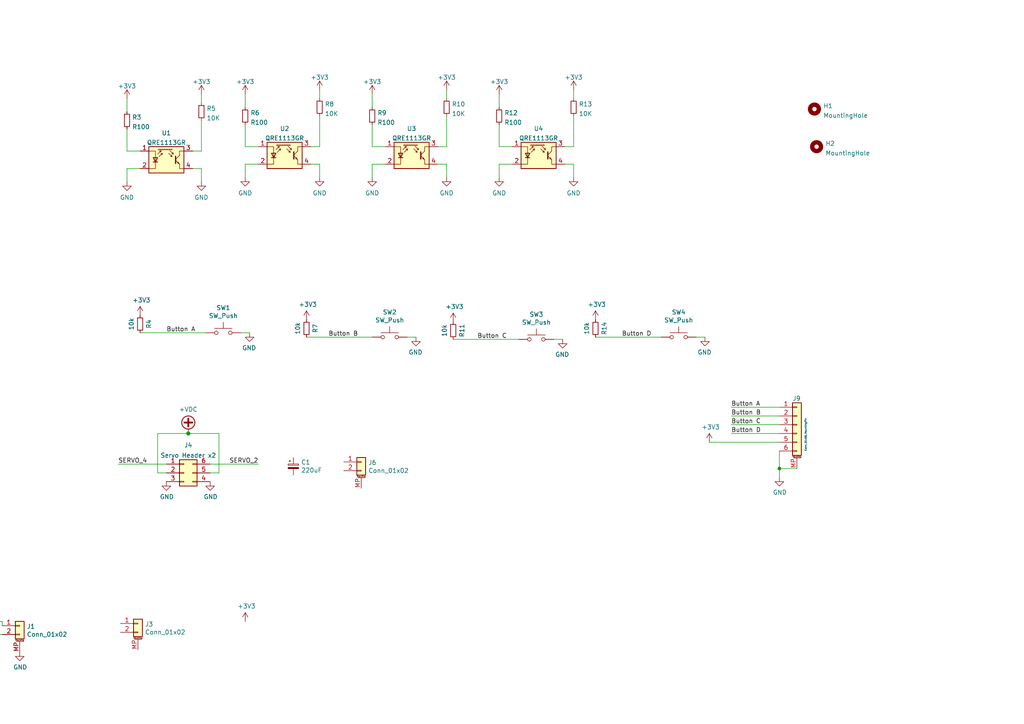
<source format=kicad_sch>
(kicad_sch (version 20211123) (generator eeschema)
  (paper "A4")
  (lib_symbols
    (symbol "Connector_Generic:Conn_02x03_Counter_Clockwise" (pin_names (offset 1.016) hide)
      (property "Reference" "J" (at 1.27 5.08 0))
      (property "Value" "Conn_02x03_Counter_Clockwise" (at 1.27 -5.08 0))
      (symbol "Conn_02x03_Counter_Clockwise_1_1"
        (rectangle (start -1.27 -2.413) (end 0 -2.667) (stroke (width 0.1524)))
        (rectangle (start -1.27 0.127) (end 0 -0.127) (stroke (width 0.1524)))
        (rectangle (start -1.27 2.667) (end 0 2.413) (stroke (width 0.1524)))
        (rectangle (start -1.27 3.81) (end 3.81 -3.81) (stroke (width 0.254)) (fill (type background)))
        (rectangle (start 3.81 -2.413) (end 2.54 -2.667) (stroke (width 0.1524)))
        (rectangle (start 3.81 0.127) (end 2.54 -0.127) (stroke (width 0.1524)))
        (rectangle (start 3.81 2.667) (end 2.54 2.413) (stroke (width 0.1524)))
        (pin passive line (at -5.08 2.54 0) (length 3.81) (name "Pin_1") (number "1"))
        (pin passive line (at -5.08 0 0) (length 3.81) (name "Pin_2") (number "2"))
        (pin passive line (at -5.08 -2.54 0) (length 3.81) (name "Pin_3") (number "3"))
        (pin passive line (at 7.62 -2.54 180) (length 3.81) (name "Pin_4") (number "4"))
        (pin passive line (at 7.62 0 180) (length 3.81) (name "Pin_5") (number "5"))
        (pin passive line (at 7.62 2.54 180) (length 3.81) (name "Pin_6") (number "6"))
      )
    )
    (symbol "Connector_Generic_MountingPin:Conn_01x02_MountingPin" (pin_names (offset 1.016) hide)
      (property "Reference" "J" (at 0 2.54 0))
      (property "Value" "Conn_01x02_MountingPin" (at 1.27 -5.08 0))
      (symbol "Conn_01x02_MountingPin_1_1"
        (rectangle (start -1.27 -2.413) (end 0 -2.667) (stroke (width 0.1524)))
        (rectangle (start -1.27 0.127) (end 0 -0.127) (stroke (width 0.1524)))
        (rectangle (start -1.27 1.27) (end 1.27 -3.81) (stroke (width 0.254)) (fill (type background)))
        (polyline (pts (xy -1.016 -4.572) (xy 1.016 -4.572)) (stroke (width 0.1524)))
        (text "Mounting" (at 0 -4.191 0) (effects (font (size 0.381 0.381))))
        (pin passive line (at -5.08 0 0) (length 3.81) (name "Pin_1") (number "1"))
        (pin passive line (at -5.08 -2.54 0) (length 3.81) (name "Pin_2") (number "2"))
        (pin passive line (at 0 -7.62 90) (length 3.048) (name "MountPin") (number "MP"))
      )
    )
    (symbol "Connector_Generic_MountingPin:Conn_01x03_MountingPin" (pin_names (offset 1.016) hide)
      (property "Reference" "J" (at 0 5.08 0))
      (property "Value" "Conn_01x03_MountingPin" (at 1.27 -5.08 0))
      (symbol "Conn_01x03_MountingPin_1_1"
        (rectangle (start -1.27 -2.413) (end 0 -2.667) (stroke (width 0.1524)))
        (rectangle (start -1.27 0.127) (end 0 -0.127) (stroke (width 0.1524)))
        (rectangle (start -1.27 2.667) (end 0 2.413) (stroke (width 0.1524)))
        (rectangle (start -1.27 3.81) (end 1.27 -3.81) (stroke (width 0.254)) (fill (type background)))
        (polyline (pts (xy -1.016 -4.572) (xy 1.016 -4.572)) (stroke (width 0.1524)))
        (text "Mounting" (at 0 -4.191 0) (effects (font (size 0.381 0.381))))
        (pin passive line (at -5.08 2.54 0) (length 3.81) (name "Pin_1") (number "1"))
        (pin passive line (at -5.08 0 0) (length 3.81) (name "Pin_2") (number "2"))
        (pin passive line (at -5.08 -2.54 0) (length 3.81) (name "Pin_3") (number "3"))
        (pin passive line (at 0 -7.62 90) (length 3.048) (name "MountPin") (number "MP"))
      )
    )
    (symbol "Connector_Generic_MountingPin:Conn_01x06_MountingPin" (pin_names (offset 1.016) hide)
      (property "Reference" "J" (at 0 7.62 0))
      (property "Value" "Conn_01x06_MountingPin" (at 1.27 -10.16 0))
      (symbol "Conn_01x06_MountingPin_1_1"
        (rectangle (start -1.27 -7.493) (end 0 -7.747) (stroke (width 0.1524)))
        (rectangle (start -1.27 -4.953) (end 0 -5.207) (stroke (width 0.1524)))
        (rectangle (start -1.27 -2.413) (end 0 -2.667) (stroke (width 0.1524)))
        (rectangle (start -1.27 0.127) (end 0 -0.127) (stroke (width 0.1524)))
        (rectangle (start -1.27 2.667) (end 0 2.413) (stroke (width 0.1524)))
        (rectangle (start -1.27 5.207) (end 0 4.953) (stroke (width 0.1524)))
        (rectangle (start -1.27 6.35) (end 1.27 -8.89) (stroke (width 0.254)) (fill (type background)))
        (polyline (pts (xy -1.016 -9.652) (xy 1.016 -9.652)) (stroke (width 0.1524)))
        (text "Mounting" (at 0 -9.271 0) (effects (font (size 0.381 0.381))))
        (pin passive line (at -5.08 5.08 0) (length 3.81) (name "Pin_1") (number "1"))
        (pin passive line (at -5.08 2.54 0) (length 3.81) (name "Pin_2") (number "2"))
        (pin passive line (at -5.08 0 0) (length 3.81) (name "Pin_3") (number "3"))
        (pin passive line (at -5.08 -2.54 0) (length 3.81) (name "Pin_4") (number "4"))
        (pin passive line (at -5.08 -5.08 0) (length 3.81) (name "Pin_5") (number "5"))
        (pin passive line (at -5.08 -7.62 0) (length 3.81) (name "Pin_6") (number "6"))
        (pin passive line (at 0 -12.7 90) (length 3.048) (name "MountPin") (number "MP"))
      )
    )
    (symbol "Device:CP_Small" (pin_numbers hide) (pin_names (offset 0.254) hide)
      (property "Reference" "C" (at 0.254 1.778 0))
      (property "Value" "CP_Small" (at 0.254 -2.032 0))
      (symbol "CP_Small_0_1"
        (rectangle (start -1.524 -0.3048) (end 1.524 -0.6858) (fill (type outline)))
        (rectangle (start -1.524 0.6858) (end 1.524 0.3048))
        (polyline (pts (xy -1.27 1.524) (xy -0.762 1.524)))
        (polyline (pts (xy -1.016 1.27) (xy -1.016 1.778)))
      )
      (symbol "CP_Small_1_1"
        (pin passive line (at 0 2.54 270) (length 1.8542) (name "~") (number "1"))
        (pin passive line (at 0 -2.54 90) (length 1.8542) (name "~") (number "2"))
      )
    )
    (symbol "Device:D_Schottky" (pin_numbers hide) (pin_names (offset 1.016) hide)
      (property "Reference" "D" (at 0 2.54 0))
      (property "Value" "D_Schottky" (at 0 -2.54 0))
      (symbol "D_Schottky_0_1"
        (polyline (pts (xy 1.27 0) (xy -1.27 0)))
        (polyline (pts (xy 1.27 1.27) (xy 1.27 -1.27) (xy -1.27 0) (xy 1.27 1.27)) (stroke (width 0.2032)))
        (polyline (pts (xy -1.905 0.635) (xy -1.905 1.27) (xy -1.27 1.27) (xy -1.27 -1.27) (xy -0.635 -1.27) (xy -0.635 -0.635)) (stroke (width 0.2032)))
      )
      (symbol "D_Schottky_1_1"
        (pin passive line (at -3.81 0 0) (length 2.54) (name "K") (number "1"))
        (pin passive line (at 3.81 0 180) (length 2.54) (name "A") (number "2"))
      )
    )
    (symbol "Device:LED" (pin_numbers hide) (pin_names (offset 1.016) hide)
      (property "Reference" "D" (at 0 2.54 0))
      (property "Value" "LED" (at 0 -2.54 0))
      (symbol "LED_0_1"
        (polyline (pts (xy -1.27 -1.27) (xy -1.27 1.27)) (stroke (width 0.2032)))
        (polyline (pts (xy -1.27 0) (xy 1.27 0)))
        (polyline (pts (xy 1.27 -1.27) (xy 1.27 1.27) (xy -1.27 0) (xy 1.27 -1.27)) (stroke (width 0.2032)))
        (polyline (pts (xy -3.048 -0.762) (xy -4.572 -2.286) (xy -3.81 -2.286) (xy -4.572 -2.286) (xy -4.572 -1.524)))
        (polyline (pts (xy -1.778 -0.762) (xy -3.302 -2.286) (xy -2.54 -2.286) (xy -3.302 -2.286) (xy -3.302 -1.524)))
      )
      (symbol "LED_1_1"
        (pin passive line (at -3.81 0 0) (length 2.54) (name "K") (number "1"))
        (pin passive line (at 3.81 0 180) (length 2.54) (name "A") (number "2"))
      )
    )
    (symbol "Device:Q_NMOS_GSD" (pin_names (offset 0) hide)
      (property "Reference" "Q" (at 5.08 1.27 0))
      (property "Value" "Q_NMOS_GSD" (at 5.08 -1.27 0))
      (symbol "Q_NMOS_GSD_0_1"
        (polyline (pts (xy 0.254 0) (xy -2.54 0)))
        (polyline (pts (xy 0.254 1.905) (xy 0.254 -1.905)) (stroke (width 0.254)))
        (polyline (pts (xy 0.762 -1.27) (xy 0.762 -2.286)) (stroke (width 0.254)))
        (polyline (pts (xy 0.762 0.508) (xy 0.762 -0.508)) (stroke (width 0.254)))
        (polyline (pts (xy 0.762 2.286) (xy 0.762 1.27)) (stroke (width 0.254)))
        (polyline (pts (xy 2.54 2.54) (xy 2.54 1.778)))
        (polyline (pts (xy 2.54 -2.54) (xy 2.54 0) (xy 0.762 0)))
        (polyline (pts (xy 0.762 -1.778) (xy 3.302 -1.778) (xy 3.302 1.778) (xy 0.762 1.778)))
        (polyline (pts (xy 1.016 0) (xy 2.032 0.381) (xy 2.032 -0.381) (xy 1.016 0)) (fill (type outline)))
        (polyline (pts (xy 2.794 0.508) (xy 2.921 0.381) (xy 3.683 0.381) (xy 3.81 0.254)))
        (polyline (pts (xy 3.302 0.381) (xy 2.921 -0.254) (xy 3.683 -0.254) (xy 3.302 0.381)))
        (circle (center 1.651 0) (radius 2.794) (stroke (width 0.254)))
        (circle (center 2.54 -1.778) (radius 0.254) (fill (type outline)))
        (circle (center 2.54 1.778) (radius 0.254) (fill (type outline)))
      )
      (symbol "Q_NMOS_GSD_1_1"
        (pin input line (at -5.08 0 0) (length 2.54) (name "G") (number "1"))
        (pin passive line (at 2.54 -5.08 90) (length 2.54) (name "S") (number "2"))
        (pin passive line (at 2.54 5.08 270) (length 2.54) (name "D") (number "3"))
      )
    )
    (symbol "Device:R_Small" (pin_numbers hide) (pin_names (offset 0.254) hide)
      (property "Reference" "R" (at 0.762 0.508 0))
      (property "Value" "R_Small" (at 0.762 -1.016 0))
      (symbol "R_Small_0_1"
        (rectangle (start -0.762 1.778) (end 0.762 -1.778) (stroke (width 0.2032)))
      )
      (symbol "R_Small_1_1"
        (pin passive line (at 0 2.54 270) (length 0.762) (name "~") (number "1"))
        (pin passive line (at 0 -2.54 90) (length 0.762) (name "~") (number "2"))
      )
    )
    (symbol "Mechanical:MountingHole" (pin_names (offset 1.016))
      (property "Reference" "H" (at 0 5.08 0))
      (property "Value" "MountingHole" (at 0 3.175 0))
      (symbol "MountingHole_0_1"
        (circle (center 0 0) (radius 1.27) (stroke (width 1.27)))
      )
    )
    (symbol "Sensor_Proximity:QRE1113" (pin_names (offset 0.0254) hide)
      (property "Reference" "U" (at -3.81 5.08 0))
      (property "Value" "QRE1113" (at 7.62 5.08 0))
      (symbol "QRE1113_0_1"
        (polyline (pts (xy -3.81 -0.635) (xy -2.54 -0.635)) (stroke (width 0.254)))
        (polyline (pts (xy -2.286 2.921) (xy -2.032 3.175)))
        (polyline (pts (xy -1.778 2.921) (xy -1.524 3.175)))
        (polyline (pts (xy -1.524 2.667) (xy -1.651 2.159)))
        (polyline (pts (xy -1.27 2.921) (xy -1.016 3.175)))
        (polyline (pts (xy -1.143 1.905) (xy -1.27 1.397)))
        (polyline (pts (xy -0.762 2.921) (xy -0.508 3.175)))
        (polyline (pts (xy -0.254 2.921) (xy 0 3.175)))
        (polyline (pts (xy 0.254 2.921) (xy 0.508 3.175)))
        (polyline (pts (xy 0.762 2.921) (xy 1.016 3.175)))
        (polyline (pts (xy 1.27 2.921) (xy 1.524 3.175)))
        (polyline (pts (xy 1.651 0.889) (xy 1.143 1.016)))
        (polyline (pts (xy 1.778 2.921) (xy -2.413 2.921)))
        (polyline (pts (xy 2.032 1.651) (xy 1.524 1.778)))
        (polyline (pts (xy 2.667 -0.127) (xy 3.81 -1.27)))
        (polyline (pts (xy 2.667 0.127) (xy 3.81 1.27)))
        (polyline (pts (xy -2.54 1.651) (xy -1.524 2.667) (xy -2.032 2.54)))
        (polyline (pts (xy -2.159 0.889) (xy -1.143 1.905) (xy -1.651 1.778)))
        (polyline (pts (xy 0.635 1.905) (xy 1.651 0.889) (xy 1.524 1.397)))
        (polyline (pts (xy 1.016 2.667) (xy 2.032 1.651) (xy 1.905 2.159)))
        (polyline (pts (xy 2.667 1.016) (xy 2.667 -1.016) (xy 2.667 -1.016)) (stroke (width 0.3556)))
        (polyline (pts (xy 3.81 -1.27) (xy 3.81 -2.54) (xy 5.08 -2.54)))
        (polyline (pts (xy 3.81 1.27) (xy 3.81 2.54) (xy 5.08 2.54)))
        (polyline (pts (xy -5.08 -2.54) (xy -3.175 -2.54) (xy -3.175 2.54) (xy -5.08 2.54)))
        (polyline (pts (xy -3.175 -0.635) (xy -3.81 0.635) (xy -2.54 0.635) (xy -3.175 -0.635)) (stroke (width 0.254)))
        (polyline (pts (xy 3.683 -1.143) (xy 3.429 -0.635) (xy 3.175 -0.889) (xy 3.683 -1.143)))
        (polyline (pts (xy -5.08 -3.81) (xy 5.08 -3.81) (xy 5.08 3.81) (xy -5.08 3.81) (xy -5.08 -3.81)) (stroke (width 0.254)) (fill (type background)))
      )
      (symbol "QRE1113_1_1"
        (pin passive line (at -7.62 2.54 0) (length 2.54) (name "A") (number "1"))
        (pin passive line (at -7.62 -2.54 0) (length 2.54) (name "K") (number "2"))
        (pin open_collector line (at 7.62 2.54 180) (length 2.54) (name "~") (number "3"))
        (pin open_emitter line (at 7.62 -2.54 180) (length 2.54) (name "~") (number "4"))
      )
    )
    (symbol "Switch:SW_Push" (pin_numbers hide) (pin_names (offset 1.016) hide)
      (property "Reference" "SW" (at 1.27 2.54 0))
      (property "Value" "SW_Push" (at 0 -1.524 0))
      (symbol "SW_Push_0_1"
        (circle (center -2.032 0) (radius 0.508))
        (polyline (pts (xy 0 1.27) (xy 0 3.048)))
        (polyline (pts (xy 2.54 1.27) (xy -2.54 1.27)))
        (circle (center 2.032 0) (radius 0.508))
        (pin passive line (at -5.08 0 0) (length 2.54) (name "1") (number "1"))
        (pin passive line (at 5.08 0 180) (length 2.54) (name "2") (number "2"))
      )
    )
    (symbol "power:+3.3V" (power) (pin_names (offset 0))
      (property "Value" "+3.3V" (at 0 3.556 0))
      (symbol "+3.3V_0_1"
        (polyline (pts (xy -0.762 1.27) (xy 0 2.54)))
        (polyline (pts (xy 0 0) (xy 0 2.54)))
        (polyline (pts (xy 0 2.54) (xy 0.762 1.27)))
      )
      (symbol "+3.3V_1_1"
        (pin power_in line (at 0 0 90) (length 0) hide (name "+3V3") (number "1"))
      )
    )
    (symbol "power:+VDC" (power) (pin_names (offset 0))
      (property "Value" "+VDC" (at 0 6.35 0))
      (symbol "+VDC_0_1"
        (polyline (pts (xy -1.143 3.175) (xy 1.143 3.175)) (stroke (width 0.508)))
        (polyline (pts (xy 0 0) (xy 0 1.27)))
        (polyline (pts (xy 0 2.032) (xy 0 4.318)) (stroke (width 0.508)))
        (circle (center 0 3.175) (radius 1.905) (stroke (width 0.254)))
      )
      (symbol "+VDC_1_1"
        (pin power_in line (at 0 0 90) (length 0) hide (name "+VDC") (number "1"))
      )
    )
    (symbol "power:GND" (power) (pin_names (offset 0))
      (property "Value" "GND" (at 0 -3.81 0))
      (symbol "GND_0_1"
        (polyline (pts (xy 0 0) (xy 0 -1.27) (xy 1.27 -1.27) (xy 0 -2.54) (xy -1.27 -1.27) (xy 0 -1.27)))
      )
      (symbol "GND_1_1"
        (pin power_in line (at 0 0 270) (length 0) hide (name "GND") (number "1"))
      )
    )
  )
  (junction (at -18.407 176.4094) (diameter 1.016))
  (junction (at -37.457 187.8394) (diameter 1.016))
  (junction (at -32.377 187.8394) (diameter 1.016))
  (junction (at -3.167 180.2194) (diameter 1.016))
  (junction (at -18.407 168.7894) (diameter 1.016))
  (junction (at 54.61 125.73) (diameter 1.016))
  (junction (at 226.06 135.89))
  (junction (at -8.247 187.8394) (diameter 1.016))
  (wire (pts (xy 212.09 120.65) (xy 226.06 120.65)))
  (wire (pts (xy 71.12 36.195) (xy 71.12 42.545)))
  (wire (pts (xy 212.09 125.73) (xy 226.06 125.73)))
  (wire (pts (xy 58.42 48.895) (xy 58.42 52.705)))
  (wire (pts (xy 40.64 96.52) (xy 59.69 96.52)))
  (wire (pts (xy 156.21 240.665) (xy 156.21 233.045)))
  (wire (pts (xy -37.457 168.7894) (xy -37.457 170.0594)))
  (wire (pts (xy 144.78 42.545) (xy 148.59 42.545)))
  (wire (pts (xy 81.915 238.76) (xy 81.915 231.14)))
  (wire (pts (xy 166.37 33.655) (xy 166.37 42.545)))
  (wire (pts (xy 45.72 125.73) (xy 54.61 125.73)))
  (wire (pts (xy 71.12 42.545) (xy 74.93 42.545)))
  (wire (pts (xy 129.54 47.625) (xy 129.54 51.435)))
  (wire (pts (xy 43.815 234.95) (xy 60.325 234.95)))
  (wire (pts (xy 107.95 36.195) (xy 107.95 42.545)))
  (wire (pts (xy 58.42 34.925) (xy 58.42 43.815)))
  (wire (pts (xy 144.78 36.195) (xy 144.78 42.545)))
  (wire (pts (xy 201.93 97.79) (xy 204.47 97.79)))
  (wire (pts (xy 58.42 27.305) (xy 58.42 29.845)))
  (wire (pts (xy 118.11 239.395) (xy 120.65 239.395)))
  (wire (pts (xy -18.407 161.1694) (xy -37.457 161.1694)))
  (wire (pts (xy 144.78 47.625) (xy 144.78 51.435)))
  (wire (pts (xy -13.327 187.8394) (xy -8.247 187.8394)))
  (wire (pts (xy 88.9 97.79) (xy 107.95 97.79)))
  (wire (pts (xy 153.67 240.665) (xy 156.21 240.665)))
  (wire (pts (xy 226.06 135.89) (xy 226.06 138.43)))
  (wire (pts (xy 120.65 239.395) (xy 120.65 231.775)))
  (wire (pts (xy 43.815 240.03) (xy 48.895 240.03)))
  (wire (pts (xy 205.74 128.27) (xy 226.06 128.27)))
  (wire (pts (xy 0.643 180.2194) (xy 0.643 181.4894)))
  (wire (pts (xy 40.64 48.895) (xy 36.83 48.895)))
  (wire (pts (xy 127 47.625) (xy 129.54 47.625)))
  (wire (pts (xy 118.11 236.855) (xy 134.62 236.855)))
  (wire (pts (xy -1.897 184.0294) (xy 0.643 184.0294)))
  (wire (pts (xy 212.09 123.19) (xy 226.06 123.19)))
  (wire (pts (xy 153.67 238.125) (xy 170.18 238.125)))
  (wire (pts (xy -18.407 176.4094) (xy -18.407 180.2194)))
  (wire (pts (xy 63.5 137.16) (xy 60.96 137.16)))
  (wire (pts (xy 107.95 27.305) (xy 107.95 31.115)))
  (wire (pts (xy 90.17 47.625) (xy 92.71 47.625)))
  (wire (pts (xy 131.445 98.425) (xy 150.495 98.425)))
  (wire (pts (xy -1.897 187.8394) (xy -1.897 184.0294)))
  (wire (pts (xy 153.67 243.205) (xy 158.75 243.205)))
  (wire (pts (xy -32.377 176.4094) (xy -32.377 187.8394)))
  (wire (pts (xy 172.72 97.79) (xy 191.77 97.79)))
  (wire (pts (xy 60.96 134.62) (xy 74.93 134.62)))
  (wire (pts (xy 43.815 237.49) (xy 46.355 237.49)))
  (wire (pts (xy 69.85 96.52) (xy 72.39 96.52)))
  (wire (pts (xy -23.487 176.4094) (xy -18.407 176.4094)))
  (wire (pts (xy 166.37 26.035) (xy 166.37 28.575)))
  (wire (pts (xy 45.72 137.16) (xy 45.72 125.73)))
  (wire (pts (xy 79.375 241.3) (xy 84.455 241.3)))
  (wire (pts (xy -28.567 176.4094) (xy -32.377 176.4094)))
  (wire (pts (xy 36.83 28.575) (xy 36.83 32.385)))
  (wire (pts (xy 36.83 48.895) (xy 36.83 52.705)))
  (wire (pts (xy 48.26 134.62) (xy 34.29 134.62)))
  (wire (pts (xy -37.457 187.8394) (xy -32.377 187.8394)))
  (wire (pts (xy 63.5 125.73) (xy 63.5 137.16)))
  (wire (pts (xy 79.375 238.76) (xy 81.915 238.76)))
  (wire (pts (xy 111.76 47.625) (xy 107.95 47.625)))
  (wire (pts (xy 79.375 236.22) (xy 95.885 236.22)))
  (wire (pts (xy 148.59 47.625) (xy 144.78 47.625)))
  (wire (pts (xy 212.09 118.11) (xy 226.06 118.11)))
  (wire (pts (xy 92.71 26.035) (xy 92.71 28.575)))
  (wire (pts (xy 118.11 97.79) (xy 120.65 97.79)))
  (wire (pts (xy 36.83 37.465) (xy 36.83 43.815)))
  (wire (pts (xy 71.12 47.625) (xy 71.12 51.435)))
  (wire (pts (xy 90.17 42.545) (xy 92.71 42.545)))
  (wire (pts (xy -8.247 180.2194) (xy -3.167 180.2194)))
  (wire (pts (xy 55.88 43.815) (xy 58.42 43.815)))
  (wire (pts (xy 129.54 26.035) (xy 129.54 28.575)))
  (wire (pts (xy -18.407 168.7894) (xy -18.407 161.1694)))
  (wire (pts (xy 160.655 98.425) (xy 163.195 98.425)))
  (wire (pts (xy 107.95 47.625) (xy 107.95 51.435)))
  (wire (pts (xy -3.167 180.2194) (xy 0.643 180.2194)))
  (wire (pts (xy -23.487 168.7894) (xy -18.407 168.7894)))
  (wire (pts (xy 144.78 27.305) (xy 144.78 31.115)))
  (wire (pts (xy 46.355 237.49) (xy 46.355 229.87)))
  (wire (pts (xy 118.11 241.935) (xy 123.19 241.935)))
  (wire (pts (xy 54.61 125.73) (xy 63.5 125.73)))
  (wire (pts (xy 48.26 137.16) (xy 45.72 137.16)))
  (wire (pts (xy 163.83 47.625) (xy 166.37 47.625)))
  (wire (pts (xy 55.88 48.895) (xy 58.42 48.895)))
  (wire (pts (xy -28.567 168.7894) (xy -37.457 168.7894)))
  (wire (pts (xy -32.377 187.8394) (xy -23.487 187.8394)))
  (wire (pts (xy 74.93 47.625) (xy 71.12 47.625)))
  (wire (pts (xy -37.457 177.6794) (xy -37.457 187.8394)))
  (wire (pts (xy -18.407 168.7894) (xy -18.407 176.4094)))
  (wire (pts (xy 226.06 135.89) (xy 231.14 135.89)))
  (wire (pts (xy 107.95 42.545) (xy 111.76 42.545)))
  (wire (pts (xy 129.54 33.655) (xy 129.54 42.545)))
  (wire (pts (xy 92.71 33.655) (xy 92.71 42.545)))
  (wire (pts (xy 226.06 130.81) (xy 226.06 135.89)))
  (wire (pts (xy -8.247 187.8394) (xy -1.897 187.8394)))
  (wire (pts (xy 36.83 43.815) (xy 40.64 43.815)))
  (wire (pts (xy 163.83 42.545) (xy 166.37 42.545)))
  (wire (pts (xy 127 42.545) (xy 129.54 42.545)))
  (wire (pts (xy 92.71 47.625) (xy 92.71 51.435)))
  (wire (pts (xy 166.37 47.625) (xy 166.37 51.435)))
  (wire (pts (xy 71.12 27.305) (xy 71.12 31.115)))
  (label "Button D" (at 180.34 97.79 0))
  (label "Button C" (at 138.43 98.425 0))
  (label "PROBE" (at 134.62 236.855 180))
  (label "FAN" (at -37.457 161.1694 0))
  (label "SERVO_2" (at 74.93 134.62 180))
  (label "Button C" (at 212.09 123.19 0))
  (label "Button B" (at 212.09 120.65 0))
  (label "SERVO_4" (at 34.29 134.62 0))
  (label "PROBE" (at 170.18 238.125 180))
  (label "Button B" (at 95.25 97.79 0))
  (label "Button D" (at 212.09 125.73 0))
  (label "PROBE" (at 95.885 236.22 180))
  (label "Button A" (at 212.09 118.11 0))
  (label "Button A" (at 48.26 96.52 0))
  (label "PROBE" (at 60.325 234.95 180))
  (symbol (lib_id "Device:R_Small") (at 131.445 95.885 180) (unit 1)
    (property "Reference" "R11" (at 133.985 95.885 90))
    (property "Value" "10k" (at 128.905 95.885 90))
    (property "Footprint" "Resistor_SMD:R_0603_1608Metric" (effects hide))
  )
  (symbol (lib_id "power:+3.3V") (at 131.445 93.345 0) (unit 1)
    (property "Reference" "#PWR033" (effects hide))
    (property "Value" "+3.3V" (at 131.826 88.9508 0))
  )
  (symbol (lib_id "Connector_Generic_MountingPin:Conn_01x03_MountingPin") (at 38.735 237.49 0) (mirror y) (unit 1)
    (property "Reference" "J2" (at 36.703 236.4232 0) (effects (justify left)))
    (property "Value" "Conn_01x03" (at 36.703 238.7346 0) (effects (justify left)))
    (property "Footprint" "Connector_JST:JST_PH_B3B-PH-SM4-TB_1x03-1MP_P2.00mm_Vertical" (effects hide))
  )
  (symbol (lib_id "power:+3.3V") (at 40.64 91.44 0) (unit 1)
    (property "Reference" "#PWR07" (effects hide))
    (property "Value" "+3.3V" (at 41.021 87.0458 0))
  )
  (symbol (lib_id "Switch:SW_Push") (at 113.03 97.79 0) (unit 1)
    (property "Reference" "SW2" (at 113.03 90.551 0))
    (property "Value" "SW_Push" (at 113.03 92.8624 0))
    (property "Footprint" "Button_Switch_SMD:SWITCH_2x3_SMD_TACTILE_GREEN" (effects hide))
  )
  (symbol (lib_id "Connector_Generic:Conn_02x03_Counter_Clockwise") (at 53.34 137.16 0) (unit 1)
    (property "Reference" "J4" (at 54.61 129.1082 0))
    (property "Value" "Servo Header x2" (at 54.61 132.08 0))
    (property "Footprint" "Evezor_extras:PinHeader_2x03_P2.54mm_Vertical_SMD" (effects hide))
  )
  (symbol (lib_id "power:GND") (at 204.47 97.79 0) (mirror y) (unit 1)
    (property "Reference" "#PWR043" (effects hide))
    (property "Value" "GND" (at 204.343 102.1842 0))
  )
  (symbol (lib_id "Device:R_Small") (at 129.54 31.115 0) (unit 1)
    (property "Reference" "R10" (at 131.0387 30.2065 0) (effects (justify left)))
    (property "Value" "10K" (at 131.0387 32.9816 0) (effects (justify left)))
    (property "Footprint" "Resistor_SMD:R_0603_1608Metric" (effects hide))
  )
  (symbol (lib_id "power:GND") (at 84.455 241.3 0) (unit 1)
    (property "Reference" "#PWR021" (effects hide))
    (property "Value" "GND" (at 84.582 245.6942 0))
  )
  (symbol (lib_id "power:+3.3V") (at 36.83 28.575 0) (unit 1)
    (property "Reference" "#PWR04" (effects hide))
    (property "Value" "+3.3V" (at 36.83 24.9704 0))
  )
  (symbol (lib_id "Sensor_Proximity:QRE1113") (at 119.38 45.085 0) (unit 1)
    (property "Reference" "U3" (at 119.38 37.3084 0))
    (property "Value" "QRE1113GR" (at 119.38 40.0835 0))
    (property "Footprint" "OptoDevice:OnSemi_CASE100CY" (effects hide))
    (property "Datasheet" "http://www.onsemi.com/pub/Collateral/QRE1113-D.PDF" (effects hide))
  )
  (symbol (lib_id "Device:R_Small") (at -26.027 168.7894 90) (unit 1)
    (property "Reference" "R1" (at -26.027 171.3294 90))
    (property "Value" "10k" (at -26.027 166.2494 90))
    (property "Footprint" "Resistor_SMD:R_0603_1608Metric" (effects hide))
  )
  (symbol (lib_id "power:+3.3V") (at 129.54 26.035 0) (unit 1)
    (property "Reference" "#PWR031" (effects hide))
    (property "Value" "+3.3V" (at 129.54 22.4304 0))
  )
  (symbol (lib_id "Device:R_Small") (at 40.64 93.98 180) (unit 1)
    (property "Reference" "R4" (at 43.18 93.98 90))
    (property "Value" "10k" (at 38.1 93.98 90))
    (property "Footprint" "Resistor_SMD:R_0603_1608Metric" (effects hide))
  )
  (symbol (lib_id "Device:R_Small") (at 58.42 32.385 0) (unit 1)
    (property "Reference" "R5" (at 59.9187 31.4765 0) (effects (justify left)))
    (property "Value" "10K" (at 59.9187 34.2516 0) (effects (justify left)))
    (property "Footprint" "Resistor_SMD:R_0603_1608Metric" (effects hide))
  )
  (symbol (lib_id "power:GND") (at 38.735 245.11 0) (unit 1)
    (property "Reference" "#PWR06" (effects hide))
    (property "Value" "GND" (at 38.862 249.5042 0))
  )
  (symbol (lib_id "power:+3.3V") (at 71.128 180.2194 0) (unit 1)
    (property "Reference" "#PWR017" (effects hide))
    (property "Value" "+3.3V" (at 71.509 175.8252 0))
  )
  (symbol (lib_id "power:GND") (at 158.75 243.205 0) (unit 1)
    (property "Reference" "#PWR038" (effects hide))
    (property "Value" "GND" (at 158.877 247.5992 0))
  )
  (symbol (lib_id "Device:R_Small") (at -26.027 176.4094 90) (unit 1)
    (property "Reference" "R2" (at -26.027 178.9494 90))
    (property "Value" "10k" (at -26.027 173.8694 90))
    (property "Footprint" "Resistor_SMD:R_0603_1608Metric" (effects hide))
  )
  (symbol (lib_id "Mechanical:MountingHole") (at 236.228 31.6294 0) (unit 1)
    (property "Reference" "H1" (at 238.768 30.7209 0) (effects (justify left)))
    (property "Value" "MountingHole" (at 238.768 33.496 0) (effects (justify left)))
    (property "Footprint" "MountingHole:MountingHole_3.2mm_M3_ISO14580" (effects hide))
  )
  (symbol (lib_id "power:+3.3V") (at 46.355 229.87 0) (unit 1)
    (property "Reference" "#PWR08" (effects hide))
    (property "Value" "+3.3V" (at 46.736 225.4758 0))
  )
  (symbol (lib_id "Sensor_Proximity:QRE1113") (at 82.55 45.085 0) (unit 1)
    (property "Reference" "U2" (at 82.55 37.3084 0))
    (property "Value" "QRE1113GR" (at 82.55 40.0835 0))
    (property "Footprint" "OptoDevice:OnSemi_CASE100CY" (effects hide))
    (property "Datasheet" "http://www.onsemi.com/pub/Collateral/QRE1113-D.PDF" (effects hide))
  )
  (symbol (lib_id "power:+3.3V") (at 88.9 92.71 0) (unit 1)
    (property "Reference" "#PWR022" (effects hide))
    (property "Value" "+3.3V" (at 89.281 88.3158 0))
  )
  (symbol (lib_id "Mechanical:MountingHole") (at 236.855 42.545 0) (unit 1)
    (property "Reference" "H2" (at 239.395 41.6365 0) (effects (justify left)))
    (property "Value" "MountingHole" (at 239.395 44.4116 0) (effects (justify left)))
    (property "Footprint" "MountingHole:MountingHole_3.2mm_M3_ISO14580" (effects hide))
  )
  (symbol (lib_id "Device:LED") (at -37.457 173.8694 270) (mirror x) (unit 1)
    (property "Reference" "D1" (at -31.9706 174.0472 0))
    (property "Value" "led_g" (at -34.282 174.0472 0))
    (property "Footprint" "LED_SMD:LED_0603_1608Metric" (effects hide))
  )
  (symbol (lib_id "power:+3.3V") (at 107.95 27.305 0) (unit 1)
    (property "Reference" "#PWR025" (effects hide))
    (property "Value" "+3.3V" (at 107.95 23.7004 0))
  )
  (symbol (lib_id "Device:R_Small") (at 71.12 33.655 0) (unit 1)
    (property "Reference" "R6" (at 72.6187 32.7465 0) (effects (justify left)))
    (property "Value" "R100" (at 72.6187 35.5216 0) (effects (justify left)))
    (property "Footprint" "Resistor_SMD:R_0603_1608Metric" (effects hide))
  )
  (symbol (lib_id "Device:R_Small") (at 92.71 31.115 0) (unit 1)
    (property "Reference" "R8" (at 94.2087 30.2065 0) (effects (justify left)))
    (property "Value" "10K" (at 94.2087 32.9816 0) (effects (justify left)))
    (property "Footprint" "Resistor_SMD:R_0603_1608Metric" (effects hide))
  )
  (symbol (lib_id "power:+3.3V") (at 71.12 27.305 0) (unit 1)
    (property "Reference" "#PWR015" (effects hide))
    (property "Value" "+3.3V" (at 71.12 23.7004 0))
  )
  (symbol (lib_id "power:GND") (at 107.95 51.435 0) (unit 1)
    (property "Reference" "#PWR026" (effects hide))
    (property "Value" "GND" (at 107.95 55.9976 0))
  )
  (symbol (lib_id "power:GND") (at 71.12 51.435 0) (unit 1)
    (property "Reference" "#PWR016" (effects hide))
    (property "Value" "GND" (at 71.12 55.9976 0))
  )
  (symbol (lib_id "Connector_Generic_MountingPin:Conn_01x06_MountingPin") (at 231.14 123.19 0) (unit 1)
    (property "Reference" "J9" (at 229.87 115.57 0) (effects (justify left)))
    (property "Value" "Conn_01x06_MountingPin" (at 233.68 130.81 90) (effects (font (size 0.5 0.5)) (justify left)))
    (property "Footprint" "Connector_FFC-FPC:TE_84952-6_1x06-1MP_P1.0mm_Horizontal" (effects hide))
  )
  (symbol (lib_id "Connector_Generic_MountingPin:Conn_01x03_MountingPin") (at 74.295 238.76 0) (mirror y) (unit 1)
    (property "Reference" "J5" (at 72.263 237.6932 0) (effects (justify left)))
    (property "Value" "Conn_01x03" (at 72.263 240.0046 0) (effects (justify left)))
    (property "Footprint" "Connector_JST:JST_PH_B3B-PH-SM4-TB_1x03-1MP_P2.00mm_Vertical" (effects hide))
  )
  (symbol (lib_id "Connector_Generic_MountingPin:Conn_01x03_MountingPin") (at 148.59 240.665 0) (mirror y) (unit 1)
    (property "Reference" "J8" (at 146.558 239.5982 0) (effects (justify left)))
    (property "Value" "Conn_01x03" (at 146.558 241.9096 0) (effects (justify left)))
    (property "Footprint" "Connector_JST:JST_PH_B3B-PH-SM4-TB_1x03-1MP_P2.00mm_Vertical" (effects hide))
  )
  (symbol (lib_id "power:+3.3V") (at 81.915 231.14 0) (unit 1)
    (property "Reference" "#PWR020" (effects hide))
    (property "Value" "+3.3V" (at 82.296 226.7458 0))
  )
  (symbol (lib_id "power:GND") (at 48.895 240.03 0) (unit 1)
    (property "Reference" "#PWR010" (effects hide))
    (property "Value" "GND" (at 49.022 244.4242 0))
  )
  (symbol (lib_id "power:GND") (at 123.19 241.935 0) (unit 1)
    (property "Reference" "#PWR030" (effects hide))
    (property "Value" "GND" (at 123.317 246.3292 0))
  )
  (symbol (lib_id "power:+3.3V") (at 156.21 233.045 0) (unit 1)
    (property "Reference" "#PWR037" (effects hide))
    (property "Value" "+3.3V" (at 156.591 228.6508 0))
  )
  (symbol (lib_id "power:+3.3V") (at 120.65 231.775 0) (unit 1)
    (property "Reference" "#PWR029" (effects hide))
    (property "Value" "+3.3V" (at 121.031 227.3808 0))
  )
  (symbol (lib_id "power:+3.3V") (at 166.37 26.035 0) (unit 1)
    (property "Reference" "#PWR040" (effects hide))
    (property "Value" "+3.3V" (at 166.37 22.4304 0))
  )
  (symbol (lib_id "power:GND") (at 74.295 246.38 0) (unit 1)
    (property "Reference" "#PWR019" (effects hide))
    (property "Value" "GND" (at 74.422 250.7742 0))
  )
  (symbol (lib_id "power:+VDC") (at -3.167 180.2194 0) (unit 1)
    (property "Reference" "#PWR02" (effects hide))
    (property "Value" "+VDC" (at -3.167 173.2344 0))
  )
  (symbol (lib_id "power:GND") (at 72.39 96.52 0) (mirror y) (unit 1)
    (property "Reference" "#PWR018" (effects hide))
    (property "Value" "GND" (at 72.263 100.9142 0))
  )
  (symbol (lib_id "Device:R_Small") (at 166.37 31.115 0) (unit 1)
    (property "Reference" "R13" (at 167.8687 30.2065 0) (effects (justify left)))
    (property "Value" "10K" (at 167.8687 32.9816 0) (effects (justify left)))
    (property "Footprint" "Resistor_SMD:R_0603_1608Metric" (effects hide))
  )
  (symbol (lib_id "power:GND") (at -37.457 187.8394 0) (unit 1)
    (property "Reference" "#PWR01" (effects hide))
    (property "Value" "GND" (at -37.33 192.2336 0))
  )
  (symbol (lib_id "Switch:SW_Push") (at 196.85 97.79 0) (unit 1)
    (property "Reference" "SW4" (at 196.85 90.551 0))
    (property "Value" "SW_Push" (at 196.85 92.8624 0))
    (property "Footprint" "Button_Switch_SMD:SWITCH_2x3_SMD_TACTILE_GREEN" (effects hide))
  )
  (symbol (lib_id "Device:D_Schottky") (at -8.247 184.0294 270) (unit 1)
    (property "Reference" "D2" (at -6.2404 182.861 90) (effects (justify left)))
    (property "Value" "SX35_SCHOTTKY" (at -10.787 172.5994 0) (effects (justify left)))
    (property "Footprint" "Diode_SMD:D_SMA" (effects hide))
  )
  (symbol (lib_id "Device:R_Small") (at 144.78 33.655 0) (unit 1)
    (property "Reference" "R12" (at 146.2787 32.7465 0) (effects (justify left)))
    (property "Value" "R100" (at 146.2787 35.5216 0) (effects (justify left)))
    (property "Footprint" "Resistor_SMD:R_0603_1608Metric" (effects hide))
  )
  (symbol (lib_id "power:GND") (at 113.03 247.015 0) (unit 1)
    (property "Reference" "#PWR027" (effects hide))
    (property "Value" "GND" (at 113.157 251.4092 0))
  )
  (symbol (lib_id "power:GND") (at 120.65 97.79 0) (mirror y) (unit 1)
    (property "Reference" "#PWR028" (effects hide))
    (property "Value" "GND" (at 120.523 102.1842 0))
  )
  (symbol (lib_id "Sensor_Proximity:QRE1113") (at 156.21 45.085 0) (unit 1)
    (property "Reference" "U4" (at 156.21 37.3084 0))
    (property "Value" "QRE1113GR" (at 156.21 40.0835 0))
    (property "Footprint" "OptoDevice:OnSemi_CASE100CY" (effects hide))
    (property "Datasheet" "http://www.onsemi.com/pub/Collateral/QRE1113-D.PDF" (effects hide))
  )
  (symbol (lib_id "power:GND") (at 163.195 98.425 0) (mirror y) (unit 1)
    (property "Reference" "#PWR039" (effects hide))
    (property "Value" "GND" (at 163.068 102.8192 0))
  )
  (symbol (lib_id "power:+3.3V") (at 205.74 128.27 0) (unit 1)
    (property "Reference" "#PWR044" (effects hide))
    (property "Value" "+3.3V" (at 206.121 123.8758 0))
  )
  (symbol (lib_id "Device:R_Small") (at 107.95 33.655 0) (unit 1)
    (property "Reference" "R9" (at 109.4487 32.7465 0) (effects (justify left)))
    (property "Value" "R100" (at 109.4487 35.5216 0) (effects (justify left)))
    (property "Footprint" "Resistor_SMD:R_0603_1608Metric" (effects hide))
  )
  (symbol (lib_id "power:GND") (at 92.71 51.435 0) (unit 1)
    (property "Reference" "#PWR024" (effects hide))
    (property "Value" "GND" (at 92.71 55.9976 0))
  )
  (symbol (lib_id "power:+VDC") (at 54.61 125.73 0) (unit 1)
    (property "Reference" "#PWR011" (effects hide))
    (property "Value" "+VDC" (at 54.61 118.745 0))
  )
  (symbol (lib_id "power:+3.3V") (at 58.42 27.305 0) (unit 1)
    (property "Reference" "#PWR012" (effects hide))
    (property "Value" "+3.3V" (at 58.42 23.7004 0))
  )
  (symbol (lib_id "power:GND") (at 5.723 189.1094 0) (unit 1)
    (property "Reference" "#PWR03" (effects hide))
    (property "Value" "GND" (at 5.85 193.5036 0))
  )
  (symbol (lib_id "power:+3.3V") (at 172.72 92.71 0) (unit 1)
    (property "Reference" "#PWR042" (effects hide))
    (property "Value" "+3.3V" (at 173.101 88.3158 0))
  )
  (symbol (lib_id "power:GND") (at 60.96 139.7 0) (unit 1)
    (property "Reference" "#PWR014" (effects hide))
    (property "Value" "GND" (at 61.087 144.0942 0))
  )
  (symbol (lib_id "power:GND") (at 144.78 51.435 0) (unit 1)
    (property "Reference" "#PWR035" (effects hide))
    (property "Value" "GND" (at 144.78 55.9976 0))
  )
  (symbol (lib_id "Switch:SW_Push") (at 64.77 96.52 0) (unit 1)
    (property "Reference" "SW1" (at 64.77 89.281 0))
    (property "Value" "SW_Push" (at 64.77 91.5924 0))
    (property "Footprint" "Button_Switch_SMD:SWITCH_2x3_SMD_TACTILE_GREEN" (effects hide))
  )
  (symbol (lib_id "power:GND") (at 129.54 51.435 0) (unit 1)
    (property "Reference" "#PWR032" (effects hide))
    (property "Value" "GND" (at 129.54 55.9976 0))
  )
  (symbol (lib_id "Connector_Generic_MountingPin:Conn_01x02_MountingPin") (at 104.775 133.985 0) (unit 1)
    (property "Reference" "J6" (at 106.807 134.1882 0) (effects (justify left)))
    (property "Value" "Conn_01x02" (at 106.807 136.4996 0) (effects (justify left)))
    (property "Footprint" "Evezor_extras:CONN_JST_XH_2_VERTICAL" (effects hide))
  )
  (symbol (lib_id "power:+3.3V") (at 92.71 26.035 0) (unit 1)
    (property "Reference" "#PWR023" (effects hide))
    (property "Value" "+3.3V" (at 92.71 22.4304 0))
  )
  (symbol (lib_id "Connector_Generic_MountingPin:Conn_01x03_MountingPin") (at 113.03 239.395 0) (mirror y) (unit 1)
    (property "Reference" "J7" (at 110.998 238.3282 0) (effects (justify left)))
    (property "Value" "Conn_01x03" (at 110.998 240.6396 0) (effects (justify left)))
    (property "Footprint" "Connector_JST:JST_PH_B3B-PH-SM4-TB_1x03-1MP_P2.00mm_Vertical" (effects hide))
  )
  (symbol (lib_id "Device:R_Small") (at 172.72 95.25 180) (unit 1)
    (property "Reference" "R14" (at 175.26 95.25 90))
    (property "Value" "10k" (at 170.18 95.25 90))
    (property "Footprint" "Resistor_SMD:R_0603_1608Metric" (effects hide))
  )
  (symbol (lib_id "power:GND") (at 58.42 52.705 0) (unit 1)
    (property "Reference" "#PWR013" (effects hide))
    (property "Value" "GND" (at 58.42 57.2676 0))
  )
  (symbol (lib_id "power:GND") (at 36.83 52.705 0) (unit 1)
    (property "Reference" "#PWR05" (effects hide))
    (property "Value" "GND" (at 36.83 57.2676 0))
  )
  (symbol (lib_id "Connector_Generic_MountingPin:Conn_01x02_MountingPin") (at 40.013 180.8544 0) (unit 1)
    (property "Reference" "J3" (at 42.045 181.0576 0) (effects (justify left)))
    (property "Value" "Conn_01x02" (at 42.045 183.369 0) (effects (justify left)))
    (property "Footprint" "Evezor_extras:CONN_JST_XH_2_VERTICAL" (effects hide))
  )
  (symbol (lib_id "power:+3.3V") (at 144.78 27.305 0) (unit 1)
    (property "Reference" "#PWR034" (effects hide))
    (property "Value" "+3.3V" (at 144.78 23.7004 0))
  )
  (symbol (lib_id "Sensor_Proximity:QRE1113") (at 48.26 46.355 0) (unit 1)
    (property "Reference" "U1" (at 48.26 38.5784 0))
    (property "Value" "QRE1113GR" (at 48.26 41.3535 0))
    (property "Footprint" "OptoDevice:OnSemi_CASE100CY" (effects hide))
    (property "Datasheet" "http://www.onsemi.com/pub/Collateral/QRE1113-D.PDF" (effects hide))
  )
  (symbol (lib_id "Device:CP_Small") (at 85.09 135.255 0) (unit 1)
    (property "Reference" "C1" (at 87.3252 134.0866 0) (effects (justify left)))
    (property "Value" "220uF" (at 87.3252 136.398 0) (effects (justify left)))
    (property "Footprint" "Capacitor_SMD:CP_Elec_10x12.5" (effects hide))
  )
  (symbol (lib_id "power:GND") (at 48.26 139.7 0) (unit 1)
    (property "Reference" "#PWR09" (effects hide))
    (property "Value" "GND" (at 48.387 144.0942 0))
  )
  (symbol (lib_id "Switch:SW_Push") (at 155.575 98.425 0) (unit 1)
    (property "Reference" "SW3" (at 155.575 91.186 0))
    (property "Value" "SW_Push" (at 155.575 93.4974 0))
    (property "Footprint" "Button_Switch_SMD:SWITCH_2x3_SMD_TACTILE_GREEN" (effects hide))
  )
  (symbol (lib_id "Device:R_Small") (at 88.9 95.25 180) (unit 1)
    (property "Reference" "R7" (at 91.44 95.25 90))
    (property "Value" "10k" (at 86.36 95.25 90))
    (property "Footprint" "Resistor_SMD:R_0603_1608Metric" (effects hide))
  )
  (symbol (lib_id "Connector_Generic_MountingPin:Conn_01x02_MountingPin") (at 5.723 181.4894 0) (unit 1)
    (property "Reference" "J1" (at 7.755 181.6926 0) (effects (justify left)))
    (property "Value" "Conn_01x02" (at 7.755 184.004 0) (effects (justify left)))
    (property "Footprint" "Evezor_extras:CONN_JST_XH_2_VERTICAL" (effects hide))
  )
  (symbol (lib_id "power:GND") (at 166.37 51.435 0) (unit 1)
    (property "Reference" "#PWR041" (effects hide))
    (property "Value" "GND" (at 166.37 55.9976 0))
  )
  (symbol (lib_id "Device:Q_NMOS_GSD") (at -18.407 185.2994 270) (unit 1)
    (property "Reference" "Q1" (at -18.407 191.624 90))
    (property "Value" "LOW PWR FET" (at -18.407 193.9354 90))
    (property "Footprint" "Package_TO_SOT_SMD:SOT-23" (effects hide))
  )
  (symbol (lib_id "power:GND") (at 148.59 248.285 0) (unit 1)
    (property "Reference" "#PWR036" (effects hide))
    (property "Value" "GND" (at 148.717 252.6792 0))
  )
  (symbol (lib_id "power:GND") (at 226.06 138.43 0) (unit 1)
    (property "Reference" "#PWR045" (effects hide))
    (property "Value" "GND" (at 226.187 142.8242 0))
  )
  (symbol (lib_id "Device:R_Small") (at 36.83 34.925 0) (unit 1)
    (property "Reference" "R3" (at 38.3287 34.0165 0) (effects (justify left)))
    (property "Value" "R100" (at 38.3287 36.7916 0) (effects (justify left)))
    (property "Footprint" "Resistor_SMD:R_0603_1608Metric" (effects hide))
  )
)
</source>
